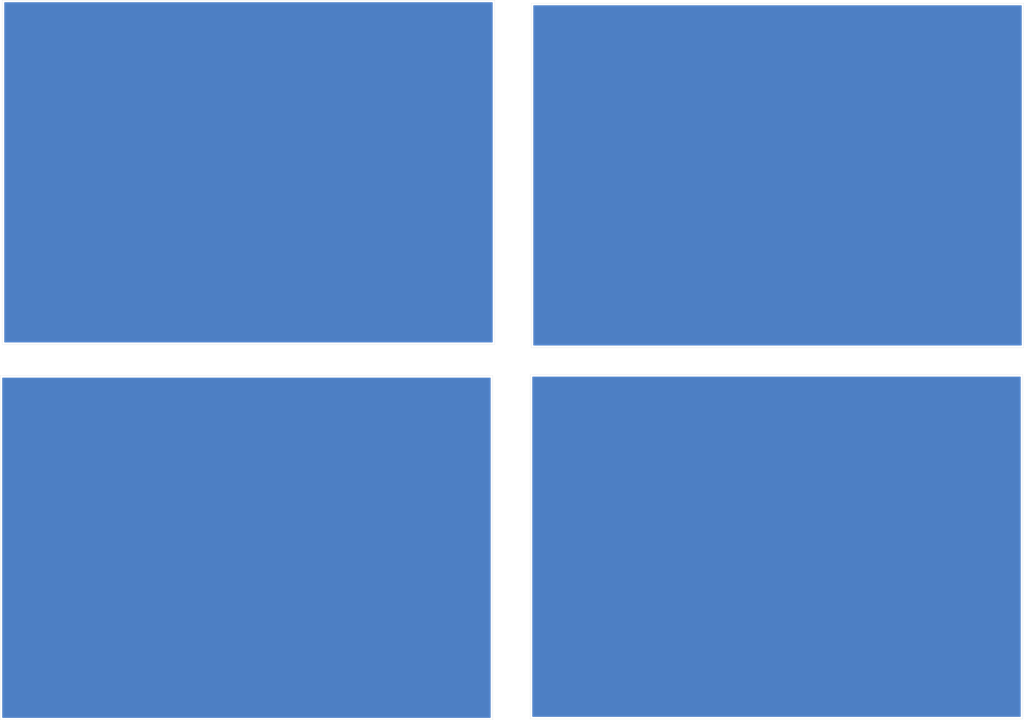
<source format=kicad_pcb>
(kicad_pcb (version 20171130) (host pcbnew "(5.1.9)-1")

  (general
    (thickness 1.6)
    (drawings 16)
    (tracks 0)
    (zones 0)
    (modules 0)
    (nets 1)
  )

  (page A4)
  (layers
    (0 F.Cu signal)
    (31 B.Cu signal)
    (32 B.Adhes user)
    (33 F.Adhes user)
    (34 B.Paste user)
    (35 F.Paste user)
    (36 B.SilkS user)
    (37 F.SilkS user)
    (38 B.Mask user)
    (39 F.Mask user)
    (40 Dwgs.User user)
    (41 Cmts.User user)
    (42 Eco1.User user)
    (43 Eco2.User user)
    (44 Edge.Cuts user)
    (45 Margin user)
    (46 B.CrtYd user)
    (47 F.CrtYd user)
    (48 B.Fab user)
    (49 F.Fab user)
  )

  (setup
    (last_trace_width 0.25)
    (trace_clearance 0.2)
    (zone_clearance 0.508)
    (zone_45_only no)
    (trace_min 0.2)
    (via_size 0.8)
    (via_drill 0.4)
    (via_min_size 0.4)
    (via_min_drill 0.3)
    (uvia_size 0.3)
    (uvia_drill 0.1)
    (uvias_allowed no)
    (uvia_min_size 0.2)
    (uvia_min_drill 0.1)
    (edge_width 0.05)
    (segment_width 0.2)
    (pcb_text_width 0.3)
    (pcb_text_size 1.5 1.5)
    (mod_edge_width 0.12)
    (mod_text_size 1 1)
    (mod_text_width 0.15)
    (pad_size 1.524 1.524)
    (pad_drill 0.762)
    (pad_to_mask_clearance 0)
    (aux_axis_origin 0 0)
    (grid_origin 81.56 29.69)
    (visible_elements 7FFFFFFF)
    (pcbplotparams
      (layerselection 0x01000_fffffffe)
      (usegerberextensions false)
      (usegerberattributes true)
      (usegerberadvancedattributes true)
      (creategerberjobfile true)
      (excludeedgelayer false)
      (linewidth 0.100000)
      (plotframeref false)
      (viasonmask false)
      (mode 1)
      (useauxorigin false)
      (hpglpennumber 1)
      (hpglpenspeed 20)
      (hpglpendiameter 15.000000)
      (psnegative false)
      (psa4output false)
      (plotreference true)
      (plotvalue false)
      (plotinvisibletext false)
      (padsonsilk false)
      (subtractmaskfromsilk false)
      (outputformat 4)
      (mirror false)
      (drillshape 1)
      (scaleselection 1)
      (outputdirectory ""))
  )

  (net 0 "")

  (net_class Default "This is the default net class."
    (clearance 0.2)
    (trace_width 0.25)
    (via_dia 0.8)
    (via_drill 0.4)
    (uvia_dia 0.3)
    (uvia_drill 0.1)
  )

  (gr_line (start 151.816 109.402) (end 274.816 109.402) (layer Edge.Cuts) (width 0.05) (tstamp 613254E4))
  (gr_line (start 274.816 109.402) (end 274.816 195.402) (layer Edge.Cuts) (width 0.05) (tstamp 613254E3))
  (gr_line (start 151.816 195.402) (end 274.816 195.402) (layer Edge.Cuts) (width 0.05) (tstamp 613254E0))
  (gr_line (start 151.816 109.402) (end 151.816 195.402) (layer Edge.Cuts) (width 0.05) (tstamp 613254DF))
  (gr_line (start 19.482 109.656) (end 142.482 109.656) (layer Edge.Cuts) (width 0.05) (tstamp 613254E4))
  (gr_line (start 142.482 109.656) (end 142.482 195.656) (layer Edge.Cuts) (width 0.05) (tstamp 613254E3))
  (gr_line (start 19.482 195.656) (end 142.482 195.656) (layer Edge.Cuts) (width 0.05) (tstamp 613254E0))
  (gr_line (start 19.482 109.656) (end 19.482 195.656) (layer Edge.Cuts) (width 0.05) (tstamp 613254DF))
  (gr_line (start 152.07 16.692) (end 275.07 16.692) (layer Edge.Cuts) (width 0.05) (tstamp 613254E4))
  (gr_line (start 275.07 16.692) (end 275.07 102.692) (layer Edge.Cuts) (width 0.05) (tstamp 613254E3))
  (gr_line (start 152.07 102.692) (end 275.07 102.692) (layer Edge.Cuts) (width 0.05) (tstamp 613254E0))
  (gr_line (start 152.07 16.692) (end 152.07 102.692) (layer Edge.Cuts) (width 0.05) (tstamp 613254DF))
  (gr_line (start 19.99 15.93) (end 19.99 101.93) (layer Edge.Cuts) (width 0.05) (tstamp 61325218))
  (gr_line (start 19.99 101.93) (end 142.99 101.93) (layer Edge.Cuts) (width 0.05) (tstamp 613251FC))
  (gr_line (start 142.99 15.93) (end 142.99 101.93) (layer Edge.Cuts) (width 0.05))
  (gr_line (start 19.99 15.93) (end 142.99 15.93) (layer Edge.Cuts) (width 0.05))

  (zone (net 0) (net_name "") (layer F.Cu) (tstamp 6132552B) (hatch edge 0.508)
    (connect_pads (clearance 0.508))
    (min_thickness 0.254)
    (fill yes (arc_segments 32) (thermal_gap 0.508) (thermal_bridge_width 0.508))
    (polygon
      (pts
        (xy 101.8125 83.92) (xy 62.43 83.98) (xy 62.44098 61.69) (xy 74.21098 61.67) (xy 74.21098 60.14)
        (xy 23.13098 60.17) (xy 23.14 57.1) (xy 74.22098 57.08) (xy 74.22473 55.55) (xy 62.47723 55.55)
        (xy 62.53498 33.29) (xy 101.93098 33.3)
      )
    )
    (filled_polygon
      (pts
        (xy 101.803682 33.426968) (xy 101.685796 83.793193) (xy 62.557063 83.852806) (xy 62.567918 61.816785) (xy 74.211196 61.797)
        (xy 74.235968 61.794517) (xy 74.25978 61.78725) (xy 74.281717 61.775477) (xy 74.300935 61.75965) (xy 74.316696 61.740378)
        (xy 74.328395 61.718401) (xy 74.335582 61.694565) (xy 74.33798 61.67) (xy 74.33798 60.14) (xy 74.33554 60.115224)
        (xy 74.328313 60.091399) (xy 74.316577 60.069443) (xy 74.300783 60.050197) (xy 74.281537 60.034403) (xy 74.259581 60.022667)
        (xy 74.235756 60.01544) (xy 74.210905 60.013) (xy 23.258353 60.042925) (xy 23.266627 57.22695) (xy 74.22103 57.207)
        (xy 74.245805 57.20455) (xy 74.269627 57.197314) (xy 74.291579 57.185569) (xy 74.310818 57.169767) (xy 74.326604 57.150516)
        (xy 74.338332 57.128555) (xy 74.345549 57.104728) (xy 74.34798 57.080311) (xy 74.35173 55.550311) (xy 74.34935 55.525529)
        (xy 74.342181 55.501687) (xy 74.330499 55.479702) (xy 74.314752 55.460418) (xy 74.295546 55.444577) (xy 74.273618 55.432787)
        (xy 74.249812 55.425501) (xy 74.22473 55.423) (xy 62.60456 55.423) (xy 62.661651 33.417032)
      )
    )
  )
  (zone (net 0) (net_name "") (layer B.Cu) (tstamp 61325528) (hatch edge 0.508)
    (connect_pads (clearance 0.508))
    (min_thickness 0.254)
    (fill yes (arc_segments 32) (thermal_gap 0.508) (thermal_bridge_width 0.508))
    (polygon
      (pts
        (xy 143.03 101.91) (xy 20.01 101.9) (xy 19.99 15.92) (xy 142.99 15.93)
      )
    )
    (filled_polygon
      (pts
        (xy 142.330001 101.27) (xy 20.65 101.27) (xy 20.65 16.59) (xy 142.33 16.59)
      )
    )
  )
  (zone (net 0) (net_name "") (layer F.Cu) (tstamp 61325525) (hatch edge 0.508)
    (connect_pads (clearance 0.508))
    (min_thickness 0.254)
    (fill yes (arc_segments 32) (thermal_gap 0.508) (thermal_bridge_width 0.508))
    (polygon
      (pts
        (xy 233.8925 84.682) (xy 194.51 84.742) (xy 194.52098 62.452) (xy 206.29098 62.432) (xy 206.29098 60.902)
        (xy 155.21098 60.932) (xy 155.22 57.862) (xy 206.30098 57.842) (xy 206.30473 56.312) (xy 194.55723 56.312)
        (xy 194.61498 34.052) (xy 234.01098 34.062)
      )
    )
    (filled_polygon
      (pts
        (xy 233.883682 34.188968) (xy 233.765796 84.555193) (xy 194.637063 84.614806) (xy 194.647918 62.578785) (xy 206.291196 62.559)
        (xy 206.315968 62.556517) (xy 206.33978 62.54925) (xy 206.361717 62.537477) (xy 206.380935 62.52165) (xy 206.396696 62.502378)
        (xy 206.408395 62.480401) (xy 206.415582 62.456565) (xy 206.41798 62.432) (xy 206.41798 60.902) (xy 206.41554 60.877224)
        (xy 206.408313 60.853399) (xy 206.396577 60.831443) (xy 206.380783 60.812197) (xy 206.361537 60.796403) (xy 206.339581 60.784667)
        (xy 206.315756 60.77744) (xy 206.290905 60.775) (xy 155.338353 60.804925) (xy 155.346627 57.98895) (xy 206.30103 57.969)
        (xy 206.325805 57.96655) (xy 206.349627 57.959314) (xy 206.371579 57.947569) (xy 206.390818 57.931767) (xy 206.406604 57.912516)
        (xy 206.418332 57.890555) (xy 206.425549 57.866728) (xy 206.42798 57.842311) (xy 206.43173 56.312311) (xy 206.42935 56.287529)
        (xy 206.422181 56.263687) (xy 206.410499 56.241702) (xy 206.394752 56.222418) (xy 206.375546 56.206577) (xy 206.353618 56.194787)
        (xy 206.329812 56.187501) (xy 206.30473 56.185) (xy 194.68456 56.185) (xy 194.741651 34.179032)
      )
    )
  )
  (zone (net 0) (net_name "") (layer B.Cu) (tstamp 61325522) (hatch edge 0.508)
    (connect_pads (clearance 0.508))
    (min_thickness 0.254)
    (fill yes (arc_segments 32) (thermal_gap 0.508) (thermal_bridge_width 0.508))
    (polygon
      (pts
        (xy 275.11 102.672) (xy 152.09 102.662) (xy 152.07 16.682) (xy 275.07 16.692)
      )
    )
    (filled_polygon
      (pts
        (xy 274.410001 102.032) (xy 152.73 102.032) (xy 152.73 17.352) (xy 274.41 17.352)
      )
    )
  )
  (zone (net 0) (net_name "") (layer F.Cu) (tstamp 6132551F) (hatch edge 0.508)
    (connect_pads (clearance 0.508))
    (min_thickness 0.254)
    (fill yes (arc_segments 32) (thermal_gap 0.508) (thermal_bridge_width 0.508))
    (polygon
      (pts
        (xy 101.3045 177.646) (xy 61.922 177.706) (xy 61.93298 155.416) (xy 73.70298 155.396) (xy 73.70298 153.866)
        (xy 22.62298 153.896) (xy 22.632 150.826) (xy 73.71298 150.806) (xy 73.71673 149.276) (xy 61.96923 149.276)
        (xy 62.02698 127.016) (xy 101.42298 127.026)
      )
    )
    (filled_polygon
      (pts
        (xy 101.295682 127.152968) (xy 101.177796 177.519193) (xy 62.049063 177.578806) (xy 62.059918 155.542785) (xy 73.703196 155.523)
        (xy 73.727968 155.520517) (xy 73.75178 155.51325) (xy 73.773717 155.501477) (xy 73.792935 155.48565) (xy 73.808696 155.466378)
        (xy 73.820395 155.444401) (xy 73.827582 155.420565) (xy 73.82998 155.396) (xy 73.82998 153.866) (xy 73.82754 153.841224)
        (xy 73.820313 153.817399) (xy 73.808577 153.795443) (xy 73.792783 153.776197) (xy 73.773537 153.760403) (xy 73.751581 153.748667)
        (xy 73.727756 153.74144) (xy 73.702905 153.739) (xy 22.750353 153.768925) (xy 22.758627 150.95295) (xy 73.71303 150.933)
        (xy 73.737805 150.93055) (xy 73.761627 150.923314) (xy 73.783579 150.911569) (xy 73.802818 150.895767) (xy 73.818604 150.876516)
        (xy 73.830332 150.854555) (xy 73.837549 150.830728) (xy 73.83998 150.806311) (xy 73.84373 149.276311) (xy 73.84135 149.251529)
        (xy 73.834181 149.227687) (xy 73.822499 149.205702) (xy 73.806752 149.186418) (xy 73.787546 149.170577) (xy 73.765618 149.158787)
        (xy 73.741812 149.151501) (xy 73.71673 149.149) (xy 62.09656 149.149) (xy 62.153651 127.143032)
      )
    )
  )
  (zone (net 0) (net_name "") (layer B.Cu) (tstamp 6132551C) (hatch edge 0.508)
    (connect_pads (clearance 0.508))
    (min_thickness 0.254)
    (fill yes (arc_segments 32) (thermal_gap 0.508) (thermal_bridge_width 0.508))
    (polygon
      (pts
        (xy 142.522 195.636) (xy 19.502 195.626) (xy 19.482 109.646) (xy 142.482 109.656)
      )
    )
    (filled_polygon
      (pts
        (xy 141.822001 194.996) (xy 20.142 194.996) (xy 20.142 110.316) (xy 141.822 110.316)
      )
    )
  )
  (zone (net 0) (net_name "") (layer F.Cu) (tstamp 61325519) (hatch edge 0.508)
    (connect_pads (clearance 0.508))
    (min_thickness 0.254)
    (fill yes (arc_segments 32) (thermal_gap 0.508) (thermal_bridge_width 0.508))
    (polygon
      (pts
        (xy 233.6385 177.392) (xy 194.256 177.452) (xy 194.26698 155.162) (xy 206.03698 155.142) (xy 206.03698 153.612)
        (xy 154.95698 153.642) (xy 154.966 150.572) (xy 206.04698 150.552) (xy 206.05073 149.022) (xy 194.30323 149.022)
        (xy 194.36098 126.762) (xy 233.75698 126.772)
      )
    )
    (filled_polygon
      (pts
        (xy 233.629682 126.898968) (xy 233.511796 177.265193) (xy 194.383063 177.324806) (xy 194.393918 155.288785) (xy 206.037196 155.269)
        (xy 206.061968 155.266517) (xy 206.08578 155.25925) (xy 206.107717 155.247477) (xy 206.126935 155.23165) (xy 206.142696 155.212378)
        (xy 206.154395 155.190401) (xy 206.161582 155.166565) (xy 206.16398 155.142) (xy 206.16398 153.612) (xy 206.16154 153.587224)
        (xy 206.154313 153.563399) (xy 206.142577 153.541443) (xy 206.126783 153.522197) (xy 206.107537 153.506403) (xy 206.085581 153.494667)
        (xy 206.061756 153.48744) (xy 206.036905 153.485) (xy 155.084353 153.514925) (xy 155.092627 150.69895) (xy 206.04703 150.679)
        (xy 206.071805 150.67655) (xy 206.095627 150.669314) (xy 206.117579 150.657569) (xy 206.136818 150.641767) (xy 206.152604 150.622516)
        (xy 206.164332 150.600555) (xy 206.171549 150.576728) (xy 206.17398 150.552311) (xy 206.17773 149.022311) (xy 206.17535 148.997529)
        (xy 206.168181 148.973687) (xy 206.156499 148.951702) (xy 206.140752 148.932418) (xy 206.121546 148.916577) (xy 206.099618 148.904787)
        (xy 206.075812 148.897501) (xy 206.05073 148.895) (xy 194.43056 148.895) (xy 194.487651 126.889032)
      )
    )
  )
  (zone (net 0) (net_name "") (layer B.Cu) (tstamp 61325516) (hatch edge 0.508)
    (connect_pads (clearance 0.508))
    (min_thickness 0.254)
    (fill yes (arc_segments 32) (thermal_gap 0.508) (thermal_bridge_width 0.508))
    (polygon
      (pts
        (xy 274.856 195.382) (xy 151.836 195.372) (xy 151.816 109.392) (xy 274.816 109.402)
      )
    )
    (filled_polygon
      (pts
        (xy 274.156001 194.742) (xy 152.476 194.742) (xy 152.476 110.062) (xy 274.156 110.062)
      )
    )
  )
)

</source>
